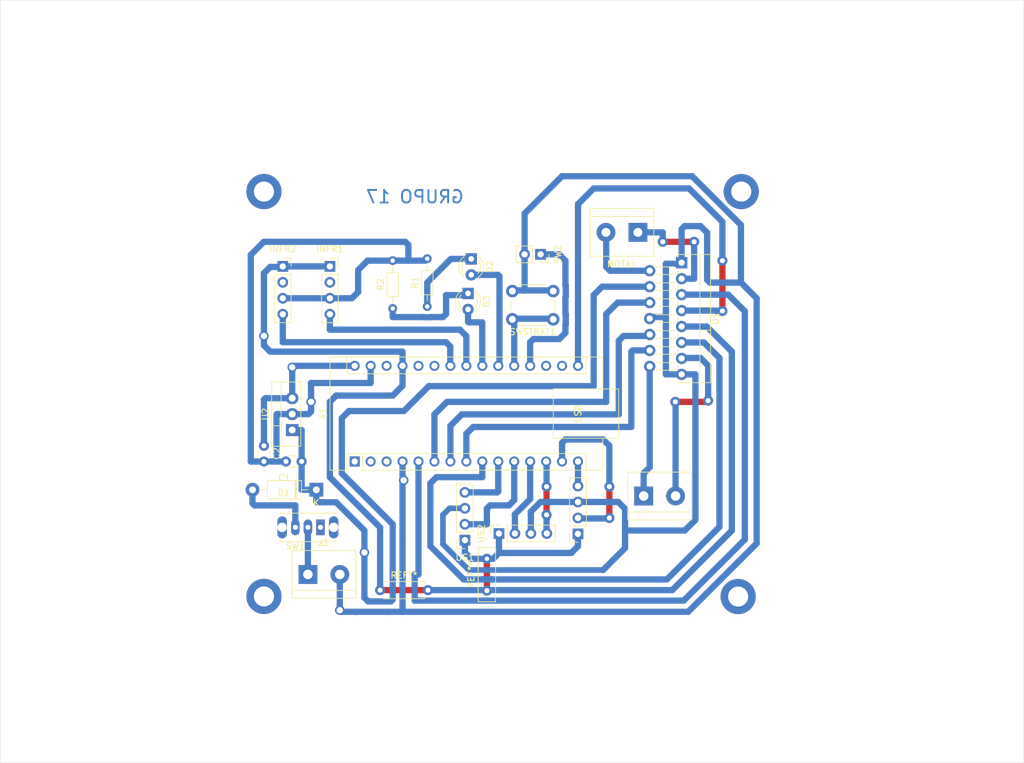
<source format=kicad_pcb>
(kicad_pcb (version 20241229) (generator "pcbnew") (generator_version "9.0")
  (layers (0 "F.Cu" signal) (2 "B.Cu" signal) (13 "F.Paste" user) (15 "B.Paste" user) (5 "F.SilkS" user "F.Silkscreen") (7 "B.SilkS" user "B.Silkscreen") (1 "F.Mask" user) (3 "B.Mask" user) (25 "Edge.Cuts" user))
  (net 0 "")
  (net 1 "D9_output_USONIDO2")
  (net 2 "D3_ENA")
  (net 7 "D6_ENB")
  (net 8 "+5V")
  (net 9 "D7_input_USONIDO1")
  (net 11 "GND")
  (net 13 "9V")
  (net 14 "D12_input_USONIDO3")
  (net 16 "11.1V (3 celdas)")
  (net 17 "Net-(D1-A)")
  (net 20 "Net-(J1-Pin_1)")
  (net 22 "D8_output_USONIDO1")
  (net 23 "D10_input_USONIDO2")
  (net 24 "D11_output_USONIDO3")
  (net 25 "Net-(D2-K)")
  (net 26 "Net-(D3-K)")
  (net 27 "D5_INB4")
  (net 28 "/OUT1")
  (net 29 "/OUT2")
  (net 30 "/OUT4")
  (net 31 "/OUT3")
  (net 32 "D2_INA1")
  (net 33 "LED2{slash}A3")
  (net 35 "LED1{slash}A2")
  (net 36 "D4_INB3")
  (net 37 "D13_INA2")
  (net 38 "INFRA1{slash}A4")
  (net 39 "SW1{slash}A0")
  (net 40 "SW2{slash}A1")
  (net 41 "INFRA2{slash}A5")
  (footprint "" (layer "F.Cu") (at 128 125)
    (property "Reference" "" (at 0 0 0) (layer "F.SilkS") (effects (font (size 1.27 1.27))))
    (property "Value" "")
    (pad "1" thru_hole circle (at 0 0) (size 5.6 5.6) (drill 3.2) (layers "*.Cu" "*.Mask"))
  )
  (footprint "" (layer "F.Cu") (at 198.726116 93.801488)
    (property "Reference" "" (at 0 0 0) (layer "F.SilkS") (effects (font (size 1.27 1.27))))
    (property "Value" "")
    (pad "D" thru_hole circle (at 0 0) (size 1.6 1.6) (drill 0.8) (layers "*.Cu" "*.Mask") (net 31 "/OUT3"))
  )
  (footprint "" (layer "F.Cu") (at 203.5 125.022473)
    (property "Reference" "" (at 0 0 0) (layer "F.SilkS") (effects (font (size 1.27 1.27))))
    (property "Value" "")
    (pad "1" thru_hole circle (at 0 0) (size 5.6 5.6) (drill 3.2) (layers "*.Cu" "*.Mask"))
  )
  (footprint "TerminalBlock:TerminalBlock_bornier-2_P5.08mm" (layer "F.Cu") (at 188.46 109)
    (property "Reference" "MOTB1" (hide yes))
    (property "Value" "Screw_Terminal_01x02" (hide yes))
    (pad "1" thru_hole rect (at 0 0) (size 3 3) (drill 1.52) (layers "*.Cu" "*.Mask") (net 30 "/OUT4"))
    (pad "2" thru_hole circle (at 5.08 0) (size 3 3) (drill 1.52) (layers "*.Cu" "*.Mask") (net 31 "/OUT3"))
  )
  (footprint "" (layer "F.Cu") (at 191.5 68.5)
    (property "Reference" "" (at 0 0 0) (layer "F.SilkS") (effects (font (size 1.27 1.27))))
    (property "Value" "")
    (pad "2" thru_hole circle (at 0 0) (size 1.6 1.6) (drill 0.8) (layers "*.Cu" "*.Mask") (net 29 "/OUT2"))
  )
  (footprint "" (layer "F.Cu") (at 193.5 94)
    (property "Reference" "" (at 0 0 0) (layer "F.SilkS") (effects (font (size 1.27 1.27))))
    (property "Value" "")
    (pad "D" thru_hole circle (at 0 0) (size 1.6 1.6) (drill 0.8) (layers "*.Cu" "*.Mask") (net 31 "/OUT3"))
  )
  (footprint "" (layer "F.Cu") (at 196.5 68.5)
    (property "Reference" "" (at 0 0 0) (layer "F.SilkS") (effects (font (size 1.27 1.27))))
    (property "Value" "")
    (pad "2" thru_hole circle (at 0 0) (size 1.6 1.6) (drill 0.8) (layers "*.Cu" "*.Mask") (net 29 "/OUT2"))
  )
  (footprint "Connector_PinSocket_2.54mm:PinSocket_1x04_P2.54mm_Vertical" (layer "F.Cu") (at 160 116.04 180)
    (property "Reference" "US1" (at 0 -2.77 0) (layer "F.SilkS"))
    (property "Value" "Conn_01x04_Pin" (hide yes))
    (pad "1" thru_hole rect (at 0 0 180) (size 1.7 1.7) (drill 1) (layers "*.Cu" "*.Mask") (net 8 "+5V"))
    (pad "2" thru_hole oval (at 0 2.54 180) (size 1.7 1.7) (drill 1) (layers "*.Cu" "*.Mask") (net 22 "D8_output_USONIDO1"))
    (pad "3" thru_hole oval (at 0 5.08 180) (size 1.7 1.7) (drill 1) (layers "*.Cu" "*.Mask") (net 11 "GND"))
    (pad "4" thru_hole oval (at 0 7.62 180) (size 1.7 1.7) (drill 1) (layers "*.Cu" "*.Mask") (net 9 "D7_input_USONIDO1"))
  )
  (footprint "Package_TO_SOT_THT:TO-220-3_Vertical" (layer "F.Cu") (at 132.5 98.5 90)
    (property "Reference" "U2" (at 2.54 -4.27 90) (layer "F.SilkS"))
    (property "Value" "LM7809_TO220")
    (pad "1" thru_hole rect (at 0 0 90) (size 1.905 2) (drill 1.1) (layers "*.Cu" "*.Mask") (net 16 "11.1V (3 celdas)"))
    (pad "2" thru_hole oval (at 2.54 0 90) (size 1.905 2) (drill 1.1) (layers "*.Cu" "*.Mask") (net 11 "GND"))
    (pad "3" thru_hole oval (at 5.08 0 90) (size 1.905 2) (drill 1.1) (layers "*.Cu" "*.Mask") (net 13 "9V"))
  )
  (footprint "Button_Switch_THT:SW_PUSH_6mm" (layer "F.Cu") (at 174.054984 80.852001 180)
    (property "Reference" "SWSTRAT1" (at 3.25 -2 180) (layer "F.SilkS"))
    (property "Value" "SW2")
    (pad "1" thru_hole circle (at 0 0 270) (size 2 2) (drill 1.1) (layers "*.Cu" "*.Mask") (net 40 "SW2{slash}A1"))
    (pad "1" thru_hole circle (at 6.5 0 270) (size 2 2) (drill 1.1) (layers "*.Cu" "*.Mask") (net 40 "SW2{slash}A1"))
    (pad "2" thru_hole circle (at 0 4.5 270) (size 2 2) (drill 1.1) (layers "*.Cu" "*.Mask") (net 11 "GND"))
    (pad "2" thru_hole circle (at 6.5 4.5 270) (size 2 2) (drill 1.1) (layers "*.Cu" "*.Mask") (net 11 "GND"))
  )
  (footprint "TerminalBlock:TerminalBlock_bornier-2_P5.08mm" (layer "F.Cu") (at 187.54 67 180)
    (property "Reference" "MOTA1" (at 2.54 -5.08 0) (layer "F.SilkS"))
    (property "Value" "Screw_Terminal_01x02")
    (pad "1" thru_hole rect (at 0 0 180) (size 3 3) (drill 1.42) (layers "*.Cu" "*.Mask") (net 29 "/OUT2"))
    (pad "2" thru_hole circle (at 5.08 0 180) (size 3 3) (drill 1.42) (layers "*.Cu" "*.Mask") (net 28 "/OUT1"))
  )
  (footprint "Resistor_THT:R_Box_L8.4mm_W2.5mm_P5.08mm" (layer "F.Cu") (at 163.5 124.08 90)
    (property "Reference" "REF**" (at 2.54 -2.52 90) (layer "F.SilkS"))
    (property "Value" "R_Box_L8.4mm_W2.5mm_P5.08mm")
    (pad "1" thru_hole circle (at 0 0 90) (size 1.6 1.6) (drill 0.8) (layers "*.Cu" "*.Mask") (net 8 "+5V"))
    (pad "2" thru_hole circle (at 5.08 0 90) (size 1.6 1.6) (drill 0.7) (layers "*.Cu" "*.Mask") (net 8 "+5V"))
  )
  (footprint "Capacitor_THT:C_Disc_D3.0mm_W1.6mm_P2.50mm" (layer "F.Cu") (at 128 101 -90)
    (property "Reference" "C2" (at 1.25 -2.05 90) (layer "F.SilkS"))
    (property "Value" "0.1µF")
    (pad "1" thru_hole circle (at 0 0 270) (size 1.6 1.6) (drill 0.8) (layers "*.Cu" "*.Mask") (net 13 "9V"))
    (pad "2" thru_hole circle (at 2.5 0 270) (size 1.6 1.6) (drill 0.8) (layers "*.Cu" "*.Mask") (net 11 "GND"))
  )
  (footprint "Connector_PinSocket_2.54mm:PinSocket_1x04_P2.54mm_Vertical" (layer "F.Cu") (at 178 115.04 180)
    (property "Reference" "US3" (hide yes))
    (property "Value" "Conn_01x04_Pin" (hide yes))
    (pad "1" thru_hole rect (at 0 0 180) (size 1.7 1.7) (drill 1) (layers "*.Cu" "*.Mask") (net 8 "+5V"))
    (pad "2" thru_hole circle (at 0 2.54 180) (size 1.7 1.7) (drill 1) (layers "*.Cu" "*.Mask") (net 24 "D11_output_USONIDO3"))
    (pad "3" thru_hole circle (at 0 5.08 180) (size 1.7 1.7) (drill 1) (layers "*.Cu" "*.Mask") (net 11 "GND"))
    (pad "4" thru_hole circle (at 0 7.62 180) (size 1.7 1.7) (drill 1) (layers "*.Cu" "*.Mask") (net 14 "D12_input_USONIDO3"))
  )
  (footprint "Package_TO_SOT_THT:TO-220-15_P2.54x5.08mm_StaggerEven_Lead4.58mm_Vertical" (layer "F.Cu") (at 194.5 71.84 -90)
    (property "Reference" "U1" (at 8.89 -5.45 90) (layer "F.SilkS"))
    (property "Value" "L298HN")
    (pad "1" thru_hole rect (at 0 0 270) (size 1.8 1.8) (drill 1) (layers "*.Cu" "*.Mask") (net 11 "GND"))
    (pad "2" thru_hole circle (at 1.27 5.08 270) (size 1.8 1.8) (drill 1) (layers "*.Cu" "*.Mask") (net 28 "/OUT1"))
    (pad "3" thru_hole circle (at 2.54 0 270) (size 1.8 1.8) (drill 1) (layers "*.Cu" "*.Mask") (net 29 "/OUT2"))
    (pad "4" thru_hole circle (at 3.81 5.08 270) (size 1.8 1.8) (drill 1) (layers "*.Cu" "*.Mask") (net 16 "11.1V (3 celdas)"))
    (pad "5" thru_hole circle (at 5.08 0 270) (size 1.8 1.8) (drill 1) (layers "*.Cu" "*.Mask") (net 32 "D2_INA1"))
    (pad "6" thru_hole circle (at 6.35 5.08 270) (size 1.8 1.8) (drill 1) (layers "*.Cu" "*.Mask") (net 2 "D3_ENA"))
    (pad "7" thru_hole circle (at 7.62 0 270) (size 1.8 1.8) (drill 1) (layers "*.Cu" "*.Mask") (net 37 "D13_INA2"))
    (pad "8" thru_hole circle (at 8.89 5.08 270) (size 1.8 1.8) (drill 1) (layers "*.Cu" "*.Mask") (net 11 "GND"))
    (pad "9" thru_hole circle (at 10.16 0 270) (size 1.8 1.8) (drill 1) (layers "*.Cu" "*.Mask") (net 8 "+5V"))
    (pad "10" thru_hole circle (at 11.43 5.08 270) (size 1.8 1.8) (drill 1) (layers "*.Cu" "*.Mask") (net 36 "D4_INB3"))
    (pad "11" thru_hole circle (at 12.7 0 270) (size 1.8 1.8) (drill 1) (layers "*.Cu" "*.Mask") (net 7 "D6_ENB"))
    (pad "12" thru_hole circle (at 13.97 5.08 270) (size 1.8 1.8) (drill 1) (layers "*.Cu" "*.Mask") (net 27 "D5_INB4"))
    (pad "13" thru_hole circle (at 15.24 0 270) (size 1.8 1.8) (drill 1) (layers "*.Cu" "*.Mask") (net 31 "/OUT3"))
    (pad "14" thru_hole circle (at 16.51 5.08 270) (size 1.8 1.8) (drill 1) (layers "*.Cu" "*.Mask") (net 30 "/OUT4"))
    (pad "15" thru_hole circle (at 17.78 0 270) (size 1.8 1.8) (drill 1) (layers "*.Cu" "*.Mask") (net 11 "GND"))
  )
  (footprint "LED_THT:LED_D3.0mm" (layer "F.Cu") (at 160.5 76.725 -90)
    (property "Reference" "D3" (at 1.27 -2.96 90) (layer "F.SilkS"))
    (property "Value" "LED" (hide yes))
    (pad "1" thru_hole rect (at 0 0 270) (size 1.8 1.8) (drill 0.9) (layers "*.Cu" "*.Mask") (net 26 "Net-(D3-K)"))
    (pad "2" thru_hole circle (at 2.54 0 270) (size 1.8 1.8) (drill 0.9) (layers "*.Cu" "*.Mask") (net 33 "LED2{slash}A3"))
  )
  (footprint "Resistor_THT:R_Axial_DIN0204_L3.6mm_D1.6mm_P7.62mm_Horizontal" (layer "F.Cu") (at 154 78.81 90)
    (property "Reference" "R1" (at 3.81 -1.92 90) (layer "F.SilkS"))
    (property "Value" "220")
    (pad "1" thru_hole circle (at 0 0 90) (size 1.4 1.4) (drill 0.7) (layers "*.Cu" "*.Mask") (net 25 "Net-(D2-K)"))
    (pad "2" thru_hole oval (at 7.62 0 90) (size 1.4 1.4) (drill 0.7) (layers "*.Cu" "*.Mask") (net 11 "GND"))
  )
  (footprint "Button_Switch_THT:SW_Slide_SPDT_Straight_CK_OS102011MS2Q" (layer "F.Cu") (at 137 114 180)
    (property "Reference" "SW1" (at 3.99 -2.99 0) (layer "F.SilkS"))
    (property "Value" "SW_DPDT_x2")
    (pad "" thru_hole oval (at -2.1 0 180) (size 1.5 3.5) (drill 1.5) (layers "*.Cu" "*.Mask"))
    (pad "" thru_hole oval (at 6.1 0 180) (size 1.5 3.5) (drill 1.5) (layers "*.Cu" "*.Mask"))
    (pad "1" thru_hole rect (at 0 0 180) (size 1.35 2.5) (drill 0.8) (layers "*.Cu" "*.Mask"))
    (pad "2" thru_hole oval (at 2 0 180) (size 1.35 2.5) (drill 0.8) (layers "*.Cu" "*.Mask") (net 20 "Net-(J1-Pin_1)"))
    (pad "3" thru_hole oval (at 4 0 180) (size 1.35 2.5) (drill 0.8) (layers "*.Cu" "*.Mask") (net 17 "Net-(D1-A)"))
  )
  (footprint "LED_THT:LED_D3.0mm" (layer "F.Cu") (at 161 71.225 -90)
    (property "Reference" "D2" (at 1.27 -2.96 90) (layer "F.SilkS"))
    (property "Value" "LED")
    (pad "1" thru_hole rect (at 0 0 270) (size 1.8 1.8) (drill 0.9) (layers "*.Cu" "*.Mask") (net 25 "Net-(D2-K)"))
    (pad "2" thru_hole circle (at 2.54 0 270) (size 1.8 1.8) (drill 0.9) (layers "*.Cu" "*.Mask") (net 35 "LED1{slash}A2"))
  )
  (footprint "" (layer "F.Cu") (at 201 71.5)
    (property "Reference" "" (at 0 0 0) (layer "F.SilkS") (effects (font (size 1.27 1.27))))
    (property "Value" "")
    (pad "2" thru_hole circle (at 0 0) (size 1.6 1.6) (drill 0.8) (layers "*.Cu" "*.Mask") (net 37 "D13_INA2"))
  )
  (footprint "" (layer "F.Cu") (at 173 107.5)
    (property "Reference" "" (at 0 0 0) (layer "F.SilkS") (effects (font (size 1.27 1.27))))
    (property "Value" "")
    (pad "" thru_hole circle (at 0 0) (size 1.6 1.6) (drill 0.8) (layers "*.Cu" "*.Mask") (net 23 "D10_input_USONIDO2"))
  )
  (footprint "" (layer "F.Cu") (at 183 107.5)
    (property "Reference" "" (at 0 0 0) (layer "F.SilkS") (effects (font (size 1.27 1.27))))
    (property "Value" "")
    (pad "D" thru_hole circle (at 0 0) (size 1.6 1.6) (drill 0.8) (layers "*.Cu" "*.Mask") (net 24 "D11_output_USONIDO3"))
  )
  (footprint "Connector_PinSocket_2.54mm:PinSocket_1x04_P2.54mm_Vertical" (layer "F.Cu") (at 138.5 72.42)
    (property "Reference" "INFR1" (at 0 -2.77 0) (layer "F.SilkS"))
    (property "Value" "Conn_01x04_Pin")
    (pad "1" thru_hole rect (at 0 0) (size 1.7 1.7) (drill 1) (layers "*.Cu" "*.Mask") (net 8 "+5V"))
    (pad "2" thru_hole oval (at 0 2.54) (size 1.7 1.7) (drill 1) (layers "*.Cu" "*.Mask"))
    (pad "3" thru_hole oval (at 0 5.08) (size 1.7 1.7) (drill 1) (layers "*.Cu" "*.Mask") (net 11 "GND"))
    (pad "4" thru_hole oval (at 0 7.62) (size 1.7 1.7) (drill 1) (layers "*.Cu" "*.Mask") (net 38 "INFRA1{slash}A4"))
  )
  (footprint "Connector_PinSocket_2.54mm:PinSocket_1x04_P2.54mm_Vertical" (layer "F.Cu") (at 165.42 114.975 90)
    (property "Reference" "US2" (at 0 -2.77 90) (layer "F.SilkS"))
    (property "Value" "Conn_01x04_Pin" (hide yes))
    (pad "1" thru_hole rect (at 0 0 90) (size 1.7 1.7) (drill 1) (layers "*.Cu" "*.Mask") (net 8 "+5V"))
    (pad "2" thru_hole oval (at 0 2.54 90) (size 1.7 1.7) (drill 1) (layers "*.Cu" "*.Mask") (net 1 "D9_output_USONIDO2"))
    (pad "3" thru_hole oval (at 0 5.08 90) (size 1.7 1.7) (drill 1) (layers "*.Cu" "*.Mask") (net 11 "GND"))
    (pad "4" thru_hole oval (at 0 7.62 90) (size 1.7 1.7) (drill 1) (layers "*.Cu" "*.Mask") (net 23 "D10_input_USONIDO2"))
  )
  (footprint "Connector_PinSocket_2.54mm:PinSocket_1x04_P2.54mm_Vertical" (layer "F.Cu") (at 131 72.42)
    (property "Reference" "INFR2" (at 0 -2.77 0) (layer "F.SilkS"))
    (property "Value" "Conn_01x04_Pin")
    (pad "1" thru_hole rect (at 0 0) (size 1.7 1.7) (drill 1) (layers "*.Cu" "*.Mask") (net 8 "+5V"))
    (pad "2" thru_hole oval (at 0 2.54) (size 1.7 1.7) (drill 1) (layers "*.Cu" "*.Mask"))
    (pad "3" thru_hole oval (at 0 5.08) (size 1.7 1.7) (drill 1) (layers "*.Cu" "*.Mask") (net 11 "GND"))
    (pad "4" thru_hole oval (at 0 7.62) (size 1.7 1.7) (drill 1) (layers "*.Cu" "*.Mask") (net 41 "INFRA2{slash}A5"))
  )
  (footprint "TerminalBlock:TerminalBlock_bornier-2_P5.08mm" (layer "F.Cu") (at 135 121.5)
    (property "Reference" "J1" (at 2.54 -5.08 0) (layer "F.SilkS"))
    (property "Value" "Screw_Terminal_01x02")
    (pad "1" thru_hole rect (at 0 0) (size 3 3) (drill 1.52) (layers "*.Cu" "*.Mask") (net 20 "Net-(J1-Pin_1)"))
    (pad "2" thru_hole circle (at 5.08 0) (size 3 3) (drill 1.52) (layers "*.Cu" "*.Mask") (net 11 "GND"))
  )
  (footprint "Resistor_THT:R_Axial_DIN0204_L3.6mm_D1.6mm_P7.62mm_Horizontal" (layer "F.Cu") (at 148.5 79.12 90)
    (property "Reference" "R2" (at 3.81 -1.92 90) (layer "F.SilkS"))
    (property "Value" "220")
    (pad "1" thru_hole circle (at 0 0 90) (size 1.4 1.4) (drill 0.7) (layers "*.Cu" "*.Mask") (net 26 "Net-(D3-K)"))
    (pad "2" thru_hole circle (at 7.62 0 90) (size 1.4 1.4) (drill 0.7) (layers "*.Cu" "*.Mask") (net 11 "GND"))
  )
  (footprint "" (layer "F.Cu") (at 201 79.526293)
    (property "Reference" "" (at 0 0 0) (layer "F.SilkS") (effects (font (size 1.27 1.27))))
    (property "Value" "")
    (pad "2" thru_hole circle (at 0 0) (size 1.6 1.6) (drill 0.8) (layers "*.Cu" "*.Mask") (net 37 "D13_INA2"))
  )
  (footprint "" (layer "F.Cu") (at 204 60.5)
    (property "Reference" "" (at 0 0 0) (layer "F.SilkS") (effects (font (size 1.27 1.27))))
    (property "Value" "")
    (pad "1" thru_hole circle (at 0 0) (size 5.6 5.6) (drill 3.2) (layers "*.Cu" "*.Mask"))
  )
  (footprint "" (layer "F.Cu") (at 183 112.5)
    (property "Reference" "" (at 0 0 0) (layer "F.SilkS") (effects (font (size 1.27 1.27))))
    (property "Value" "")
    (pad "D" thru_hole circle (at 0 0) (size 1.6 1.6) (drill 0.8) (layers "*.Cu" "*.Mask") (net 24 "D11_output_USONIDO3"))
  )
  (footprint "Connector_PinSocket_2.54mm:PinSocket_1x02_P2.54mm_Vertical" (layer "F.Cu") (at 172.04 70.5 -90)
    (property "Reference" "SW2" (at 0 -2.77 90) (layer "F.SilkS"))
    (property "Value" "SW1 TIEMPO")
    (pad "1" thru_hole rect (at 0 0 270) (size 1.7 1.7) (drill 1) (layers "*.Cu" "*.Mask") (net 39 "SW1{slash}A0"))
    (pad "2" thru_hole circle (at 0 2.54 270) (size 1.7 1.7) (drill 1) (layers "*.Cu" "*.Mask") (net 11 "GND"))
  )
  (footprint "Capacitor_THT:C_Disc_D3.0mm_W1.6mm_P2.50mm" (layer "F.Cu") (at 134 103.5 180)
    (property "Reference" "C1" (at 2.75 -2.605 0) (layer "F.SilkS"))
    (property "Value" "0.33µF")
    (pad "1" thru_hole circle (at 0 0 180) (size 1.6 1.6) (drill 0.8) (layers "*.Cu" "*.Mask") (net 16 "11.1V (3 celdas)"))
    (pad "2" thru_hole circle (at 2.5 0 180) (size 1.6 1.6) (drill 0.8) (layers "*.Cu" "*.Mask") (net 11 "GND"))
  )
  (footprint "" (layer "F.Cu") (at 128 60.5)
    (property "Reference" "" (at 0 0 0) (layer "F.SilkS") (effects (font (size 1.27 1.27))))
    (property "Value" "")
    (pad "1" thru_hole circle (at 0 0) (size 5.6 5.6) (drill 3.2) (layers "*.Cu" "*.Mask"))
  )
  (footprint "Resistor_THT:R_Axial_DIN0207_L6.3mm_D2.5mm_P7.62mm_Horizontal" (layer "F.Cu") (at 146.496758 124)
    (property "Reference" "REF**" (at 3.81 -2.37 0) (layer "F.SilkS"))
    (property "Value" "R_Axial_DIN0207_L6.3mm_D2.5mm_P7.62mm_Horizontal")
    (pad "1" thru_hole circle (at 0 0) (size 1.6 1.6) (drill 0.8) (layers "*.Cu" "*.Mask") (net 8 "+5V"))
    (pad "2" thru_hole circle (at 7.62 0) (size 1.6 1.6) (drill 0.8) (layers "*.Cu" "*.Mask") (net 8 "+5V"))
  )
  (footprint "Diode_THT:D_DO-41_SOD81_P10.16mm_Horizontal" (layer "F.Cu") (at 136.337884 108.006181 180)
    (property "Reference" "D1" (at 5.16 -0.5 0) (layer "F.SilkS"))
    (property "Value" "1N4007")
    (fp_text user "K" (at 0 -2.1 0) (layer "F.SilkS"))
    (pad "1" thru_hole rect (at 0 0 180) (size 2.2 2.2) (drill 1.1) (layers "*.Cu" "*.Mask") (net 16 "11.1V (3 celdas)"))
    (pad "2" thru_hole oval (at 10.16 0 180) (size 2.2 2.2) (drill 1.1) (layers "*.Cu" "*.Mask") (net 17 "Net-(D1-A)"))
  )
  (footprint "" (layer "F.Cu") (at 173 112)
    (property "Reference" "" (at 0 0 0) (layer "F.SilkS") (effects (font (size 1.27 1.27))))
    (property "Value" "")
    (pad "" thru_hole circle (at 0 0) (size 1.6 1.6) (drill 0.8) (layers "*.Cu" "*.Mask") (net 23 "D10_input_USONIDO2"))
  )
  (footprint "Module:Arduino_Nano" (layer "F.Cu") (at 142.45 103.5 90)
    (property "Reference" "A1" (at 7.62 -5.08 90) (layer "F.SilkS"))
    (property "Value" "Arduino_Nano_Every")
    (fp_text user "USB" (at 7.62 35.56 90) (layer "F.SilkS"))
    (pad "1" thru_hole rect (at 0 0 90) (size 1.6 1.6) (drill 1) (layers "*.Cu" "*.Mask"))
    (pad "2" thru_hole oval (at 0 2.54 90) (size 1.6 1.6) (drill 1) (layers "*.Cu" "*.Mask"))
    (pad "3" thru_hole oval (at 0 5.08 90) (size 1.6 1.6) (drill 1) (layers "*.Cu" "*.Mask"))
    (pad "4" thru_hole oval (at 0 7.62 90) (size 1.6 1.6) (drill 1) (layers "*.Cu" "*.Mask") (net 11 "GND"))
    (pad "5" thru_hole oval (at 0 10.16 90) (size 1.6 1.6) (drill 1) (layers "*.Cu" "*.Mask") (net 32 "D2_INA1"))
    (pad "6" thru_hole oval (at 0 12.7 90) (size 1.6 1.6) (drill 1) (layers "*.Cu" "*.Mask") (net 2 "D3_ENA"))
    (pad "7" thru_hole oval (at 0 15.24 90) (size 1.6 1.6) (drill 1) (layers "*.Cu" "*.Mask") (net 36 "D4_INB3"))
    (pad "8" thru_hole oval (at 0 17.78 90) (size 1.6 1.6) (drill 1) (layers "*.Cu" "*.Mask") (net 27 "D5_INB4"))
    (pad "9" thru_hole oval (at 0 20.32 90) (size 1.6 1.6) (drill 1) (layers "*.Cu" "*.Mask") (net 7 "D6_ENB"))
    (pad "10" thru_hole oval (at 0 22.86 90) (size 1.6 1.6) (drill 1) (layers "*.Cu" "*.Mask") (net 9 "D7_input_USONIDO1"))
    (pad "11" thru_hole oval (at 0 25.4 90) (size 1.6 1.6) (drill 1) (layers "*.Cu" "*.Mask") (net 22 "D8_output_USONIDO1"))
    (pad "12" thru_hole oval (at 0 27.94 90) (size 1.6 1.6) (drill 1) (layers "*.Cu" "*.Mask") (net 1 "D9_output_USONIDO2"))
    (pad "13" thru_hole oval (at 0 30.48 90) (size 1.6 1.6) (drill 1) (layers "*.Cu" "*.Mask") (net 23 "D10_input_USONIDO2"))
    (pad "14" thru_hole oval (at 0 33.02 90) (size 1.6 1.6) (drill 1) (layers "*.Cu" "*.Mask") (net 24 "D11_output_USONIDO3"))
    (pad "15" thru_hole oval (at 0 35.56 90) (size 1.6 1.6) (drill 1) (layers "*.Cu" "*.Mask") (net 14 "D12_input_USONIDO3"))
    (pad "16" thru_hole oval (at 15.24 35.56 90) (size 1.6 1.6) (drill 1) (layers "*.Cu" "*.Mask") (net 37 "D13_INA2"))
    (pad "17" thru_hole oval (at 15.24 33.02 90) (size 1.6 1.6) (drill 1) (layers "*.Cu" "*.Mask"))
    (pad "18" thru_hole oval (at 15.24 30.48 90) (size 1.6 1.6) (drill 1) (layers "*.Cu" "*.Mask"))
    (pad "19" thru_hole oval (at 15.24 27.94 90) (size 1.6 1.6) (drill 1) (layers "*.Cu" "*.Mask") (net 39 "SW1{slash}A0"))
    (pad "20" thru_hole oval (at 15.24 25.4 90) (size 1.6 1.6) (drill 1) (layers "*.Cu" "*.Mask") (net 40 "SW2{slash}A1"))
    (pad "21" thru_hole oval (at 15.24 22.86 90) (size 1.6 1.6) (drill 1) (layers "*.Cu" "*.Mask") (net 35 "LED1{slash}A2"))
    (pad "22" thru_hole oval (at 15.24 20.32 90) (size 1.6 1.6) (drill 1) (layers "*.Cu" "*.Mask") (net 33 "LED2{slash}A3"))
    (pad "23" thru_hole oval (at 15.24 17.78 90) (size 1.6 1.6) (drill 1) (layers "*.Cu" "*.Mask") (net 38 "INFRA1{slash}A4"))
    (pad "24" thru_hole oval (at 15.24 15.24 90) (size 1.6 1.6) (drill 1) (layers "*.Cu" "*.Mask") (net 41 "INFRA2{slash}A5"))
    (pad "25" thru_hole oval (at 15.24 12.7 90) (size 1.6 1.6) (drill 1) (layers "*.Cu" "*.Mask"))
    (pad "26" thru_hole oval (at 15.24 10.16 90) (size 1.6 1.6) (drill 1) (layers "*.Cu" "*.Mask"))
    (pad "27" thru_hole oval (at 15.24 7.62 90) (size 1.6 1.6) (drill 1) (layers "*.Cu" "*.Mask") (net 8 "+5V"))
    (pad "28" thru_hole oval (at 15.24 5.08 90) (size 1.6 1.6) (drill 1) (layers "*.Cu" "*.Mask"))
    (pad "29" thru_hole oval (at 15.24 2.54 90) (size 1.6 1.6) (drill 1) (layers "*.Cu" "*.Mask") (net 11 "GND"))
    (pad "30" thru_hole oval (at 15.24 0 90) (size 1.6 1.6) (drill 1) (layers "*.Cu" "*.Mask") (net 13 "9V"))
  )
  (gr_rect (start 86 30) (end 249 151.5) (stroke (width 0.05)) (fill no) (layer "Edge.Cuts"))
  (gr_text "GRUPO 17\n" (at 160 62.5 0) (layer "B.Cu") (effects (font (size 2 2) (thickness 0.3) (bold yes)) (justify left bottom mirror)))
  (segment (start 170.39 103.5) (end 170.39 109.482535) (width 1) (layer "B.Cu") (net 1))
  (segment (start 170.39 109.482535) (end 167.96 111.912535) (width 1) (layer "B.Cu") (net 1))
  (segment (start 167.96 111.912535) (end 167.96 114.975) (width 1) (layer "B.Cu") (net 1))
  (segment (start 182.5 80) (end 182.5 94) (width 1) (layer "B.Cu") (net 2))
  (segment (start 184.31 78.19) (end 182.5 80) (width 1) (layer "B.Cu") (net 2))
  (segment (start 155.112337 103.46229) (end 155.037464 103.387412) (width 1) (layer "B.Cu") (net 2))
  (segment (start 182.5 94) (end 157.149994 94) (width 1) (layer "B.Cu") (net 2))
  (segment (start 189.42 78.19) (end 184.31 78.19) (width 1) (layer "B.Cu") (net 2))
  (segment (start 155.149996 95.999998) (end 155.149982 103.499951) (width 1) (layer "B.Cu") (net 2))
  (segment (start 155.149982 103.499951) (end 155.112337 103.46229) (width 1) (layer "B.Cu") (net 2))
  (segment (start 157.149994 94) (end 155.149996 95.999998) (width 1) (layer "B.Cu") (net 2))
  (segment (start 155.037464 103.387412) (end 155 103.35) (width 1) (layer "B.Cu") (net 2))
  (segment (start 154.5 116.999972) (end 154.5 106.982405) (width 1) (layer "B.Cu") (net 7))
  (segment (start 162.769944 106) (end 162.77 103.5) (width 1) (layer "B.Cu") (net 7))
  (segment (start 198.04 84.54) (end 200.527116 87.027116) (width 1) (layer "B.Cu") (net 7))
  (segment (start 162.754001 122.279) (end 162.739688 122.293313) (width 1) (layer "B.Cu") (net 7))
  (segment (start 155.482405 106) (end 162.769944 106) (width 1) (layer "B.Cu") (net 7))
  (segment (start 200.527116 87.027116) (end 200.527116 113.911517) (width 1) (layer "B.Cu") (net 7))
  (segment (start 164.260312 122.293313) (end 164.245999 122.279) (width 1) (layer "B.Cu") (net 7))
  (segment (start 192.14532 122.293313) (end 164.260312 122.293313) (width 1) (layer "B.Cu") (net 7))
  (segment (start 164.245999 122.279) (end 162.754001 122.279) (width 1) (layer "B.Cu") (net 7))
  (segment (start 200.527116 113.911517) (end 192.14532 122.293313) (width 1) (layer "B.Cu") (net 7))
  (segment (start 194.5 84.54) (end 198.04 84.54) (width 1) (layer "B.Cu") (net 7))
  (segment (start 162.739688 122.293313) (end 159.793341 122.293313) (width 1) (layer "B.Cu") (net 7))
  (segment (start 154.5 106.982405) (end 155.482405 106) (width 1) (layer "B.Cu") (net 7))
  (segment (start 159.793341 122.293313) (end 154.5 116.999972) (width 1) (layer "B.Cu") (net 7))
  (segment (start 163.5 124.08) (end 163.5 119) (width 1) (layer "F.Cu") (net 8))
  (segment (start 146.496758 124) (end 153.645833 124) (width 1) (layer "F.Cu") (net 8))
  (via (at 128.000021 83.5) (size 1.5) (drill 1) (layers "F.Cu" "B.Cu") (net 8))
  (segment (start 160 116.04) (end 160 118) (width 1) (layer "B.Cu") (net 8))
  (segment (start 164.5 119) (end 165.42 118.08) (width 1) (layer "B.Cu") (net 8))
  (segment (start 163.5 119) (end 164.5 119) (width 1) (layer "B.Cu") (net 8))
  (segment (start 150.06996 91.429981) (end 148.499973 92.999942) (width 1) (layer "B.Cu") (net 8))
  (segment (start 148.499973 92.999942) (end 139.499995 92.999928) (width 1) (layer "B.Cu") (net 8))
  (segment (start 165.42 118.08) (end 165.42 114.975) (width 1) (layer "B.Cu") (net 8))
  (segment (start 139.499995 92.999928) (end 138.5 93.999923) (width 1) (layer "B.Cu") (net 8))
  (segment (start 193 124) (end 202.5 114.5) (width 1) (layer "B.Cu") (net 8))
  (segment (start 150.07 88.26) (end 150.07 86.038605) (width 1) (layer "B.Cu") (net 8))
  (segment (start 146.496758 114.009083) (end 146.496758 123.529075) (width 1) (layer "B.Cu") (net 8))
  (segment (start 202.5 114.5) (end 202.5 86) (width 1) (layer "B.Cu") (net 8))
  (segment (start 178 117) (end 178 115.04) (width 1) (layer "B.Cu") (net 8))
  (segment (start 138.5 93.999923) (end 138.5 106.012325) (width 1) (layer "B.Cu") (net 8))
  (segment (start 150.031395 86) (end 129.000017 86) (width 1) (layer "B.Cu") (net 8))
  (segment (start 198.5 82) (end 194.5 82) (width 1) (layer "B.Cu") (net 8))
  (segment (start 154.116758 124) (end 193 124) (width 1) (layer "B.Cu") (net 8))
  (segment (start 128.000025 85.000008) (end 127.999996 73.499994) (width 1) (layer "B.Cu") (net 8))
  (segment (start 127.999996 73.499994) (end 128.999995 72.499989) (width 1) (layer "B.Cu") (net 8))
  (segment (start 130.919989 72.499979) (end 131.000019 72.420047) (width 1) (layer "B.Cu") (net 8))
  (segment (start 176.92 118.08) (end 178 117) (width 1) (layer "B.Cu") (net 8))
  (segment (start 128.999995 72.499989) (end 130.919989 72.499979) (width 1) (layer "B.Cu") (net 8))
  (segment (start 165.42 118.08) (end 176.92 118.08) (width 1) (layer "B.Cu") (net 8))
  (segment (start 161 119) (end 163.5 119) (width 1) (layer "B.Cu") (net 8))
  (segment (start 160 118) (end 161 119) (width 1) (layer "B.Cu") (net 8))
  (segment (start 138.5 106.012325) (end 146.496758 114.009083) (width 1) (layer "B.Cu") (net 8))
  (segment (start 150.07 88.26) (end 150.06996 91.429981) (width 1) (layer "B.Cu") (net 8))
  (segment (start 150.07 86.038605) (end 150.031395 86) (width 1) (layer "B.Cu") (net 8))
  (segment (start 129.000017 86) (end 128.000025 85.000008) (width 1) (layer "B.Cu") (net 8))
  (segment (start 202.5 86) (end 198.5 82) (width 1) (layer "B.Cu") (net 8))
  (segment (start 131.000019 72.420047) (end 138.5 72.42) (width 1) (layer "B.Cu") (net 8))
  (segment (start 165.309975 108.262782) (end 165.31 103.5) (width 1) (layer "B.Cu") (net 9))
  (segment (start 165.152788 108.419991) (end 160 108.42) (width 1) (layer "B.Cu") (net 9))
  (segment (start 165.152788 108.419991) (end 165.309975 108.262782) (width 1) (layer "B.Cu") (net 9))
  (via (at 140.076758 127.2) (size 1.5) (drill 1) (layers "F.Cu" "B.Cu") (net 11))
  (via (at 135.499977 94) (size 1.5) (drill 1) (layers "F.Cu" "B.Cu") (net 11))
  (via (at 150.249 106.5) (size 1.5) (drill 1) (layers "F.Cu" "B.Cu") (net 11))
  (segment (start 135.097246 95.960018) (end 135.499965 95.557224) (width 1) (layer "B.Cu") (net 11))
  (segment (start 192 80.5) (end 192 72) (width 1) (layer "B.Cu") (net 11))
  (segment (start 197.5 66) (end 198.56895 67.06895) (width 1) (layer "B.Cu") (net 11))
  (segment (start 169.5 64) (end 169.5 70.5) (width 1) (layer "B.Cu") (net 11))
  (segment (start 130 103.5) (end 130 96) (width 1) (layer "B.Cu") (net 11))
  (segment (start 172.035269 109.96) (end 178 109.96) (width 1) (layer "B.Cu") (net 11))
  (segment (start 194.5 71.84) (end 194.5 66.5) (width 1) (layer "B.Cu") (net 11))
  (segment (start 150.999999 71.499999) (end 153.690001 71.499999) (width 1) (layer "B.Cu") (net 11))
  (segment (start 150.070011 116.383703) (end 150.070015 121.06999) (width 1) (layer "B.Cu") (net 11))
  (segment (start 185.5 114.5) (end 195 114.5) (width 1) (layer "B.Cu") (net 11))
  (segment (start 169.5 76.25) (end 167.75 76.25) (width 1) (layer "B.Cu") (net 11))
  (segment (start 140.08 126.331035) (end 140.08 121.5) (width 1) (layer "B.Cu") (net 11))
  (segment (start 199 75) (end 203.949 75) (width 1) (layer "B.Cu") (net 11))
  (segment (start 144.99 90.999999) (end 144.99 88.26) (width 1) (layer "B.Cu") (net 11))
  (segment (start 153.690001 71.499999) (end 154 71.19) (width 1) (layer "B.Cu") (net 11))
  (segment (start 142.74893 127.449) (end 140.377084 127.449) (width 1) (layer "B.Cu") (net 11))
  (segment (start 138.5 77.5) (end 131 77.5) (width 1) (layer "B.Cu") (net 11))
  (segment (start 203.949 65.824426) (end 196.175574 58.051) (width 1) (layer "B.Cu") (net 11))
  (segment (start 128.000004 68.50001) (end 125.911686 70.588328) (width 1) (layer "B.Cu") (net 11))
  (segment (start 170.5 114.975) (end 170.5 111.495269) (width 1) (layer "B.Cu") (net 11))
  (segment (start 169.5 70.5) (end 169.5 76.25) (width 1) (layer "B.Cu") (net 11))
  (segment (start 125.911686 103.499954) (end 128.294177 103.5) (width 1) (layer "B.Cu") (net 11))
  (segment (start 160.603694 120.792313) (end 156.5 116.688619) (width 0.9) (layer "B.Cu") (net 11))
  (segment (start 135.5 91) (end 135.5 91) (width 1) (layer "B.Cu") (net 11))
  (segment (start 196.703859 89.62) (end 194.5 89.62) (width 1) (layer "B.Cu") (net 11))
  (segment (start 150.070015 121.430207) (end 150.070022 125.39606) (width 1) (layer "B.Cu") (net 11))
  (segment (start 185.5 117.292313) (end 182 120.792313) (width 1) (layer "B.Cu") (net 11))
  (segment (start 175.449 58.051) (end 169.5 64) (width 1) (layer "B.Cu") (net 11))
  (segment (start 150.999999 69.000001) (end 151 69) (width 1) (layer "B.Cu") (net 11))
  (segment (start 198.56895 67.06895) (end 198.56895 74.56895) (width 1) (layer "B.Cu") (net 11))
  (segment (start 203.949 75) (end 206.449 77.5) (width 1) (layer "B.Cu") (net 11))
  (segment (start 147.65681 127.449) (end 147.656775 127.448965) (width 1) (layer "B.Cu") (net 11))
  (segment (start 142.748965 127.448965) (end 142.74893 127.449) (width 1) (layer "B.Cu") (net 11))
  (segment (start 195.551 127.449) (end 147.65681 127.449) (width 1) (layer "B.Cu") (net 11))
  (segment (start 206.449 116.551) (end 195.551 127.449) (width 1) (layer "B.Cu") (net 11))
  (segment (start 198.56895 74.56895) (end 199 75) (width 1) (layer "B.Cu") (net 11))
  (segment (start 140.076758 126.334277) (end 140.08 126.331035) (width 1) (layer "B.Cu") (net 11))
  (segment (start 150.07001 127.378979) (end 149.99993 127.449028) (width 1) (layer "B.Cu") (net 11))
  (segment (start 150.070022 125.39606) (end 150.07001 127.378979) (width 1) (layer "B.Cu") (net 11))
  (segment (start 140.076758 127.2) (end 140.076758 126.334277) (width 1) (layer "B.Cu") (net 11))
  (segment (start 156.5 116.688619) (end 156.5 112) (width 0.9) (layer "B.Cu") (net 11))
  (segment (start 196.175574 58.051) (end 175.449 58.051) (width 1) (layer "B.Cu") (net 11))
  (segment (start 150.070015 121.430207) (end 150.070015 121.06999) (width 1) (layer "B.Cu") (net 11))
  (segment (start 185.5 111.042) (end 185.5 114.5) (width 1) (layer "B.Cu") (net 11))
  (segment (start 130.04 95.96) (end 130 96) (width 1) (layer "B.Cu") (net 11))
  (segment (start 192 89.62) (end 192 80.5) (width 1) (layer "B.Cu") (net 11))
  (segment (start 138.5 77.5) (end 142 77.500007) (width 1) (layer "B.Cu") (net 11))
  (segment (start 194.5 66.5) (end 195 66) (width 1) (layer "B.Cu") (net 11))
  (segment (start 194.5 89.62) (end 192 89.62) (width 1) (layer "B.Cu") (net 11))
  (segment (start 132.5 95.96) (end 130.04 95.96) (width 1) (layer "B.Cu") (net 11))
  (segment (start 150.999999 71.499999) (end 150.999999 69.000001) (width 1) (layer "B.Cu") (net 11))
  (segment (start 150.50001 68.50001) (end 128.000004 68.50001) (width 1) (layer "B.Cu") (net 11))
  (segment (start 192 72) (end 194.34 72) (width 1) (layer "B.Cu") (net 11))
  (segment (start 143.000021 73.000008) (end 143.00001 76.500002) (width 1) (layer "B.Cu") (net 11))
  (segment (start 143.00001 76.500002) (end 142 77.500007) (width 1) (layer "B.Cu") (net 11))
  (segment (start 189.42 80.73) (end 189.65 80.5) (width 1) (layer "B.Cu") (net 11))
  (segment (start 147.656775 127.448965) (end 142.748965 127.448965) (width 1) (layer "B.Cu") (net 11))
  (segment (start 195 114.5) (end 196.703859 112.796141) (width 1) (layer "B.Cu") (net 11))
  (segment (start 150.035008 127.413991) (end 150.000001 127.449004) (width 1) (layer "B.Cu") (net 11))
  (segment (start 206.449 77.5) (end 206.449 116.551) (width 1) (layer "B.Cu") (net 11))
  (segment (start 195 66) (end 197.5 66) (width 1) (layer "B.Cu") (net 11))
  (segment (start 140.377084 127.449) (end 140.128084 127.2) (width 1) (layer "B.Cu") (net 11))
  (segment (start 151 69) (end 150.50001 68.50001) (width 1) (layer "B.Cu") (net 11))
  (segment (start 128.294177 103.5) (end 129.5 103.5) (width 1) (layer "B.Cu") (net 11))
  (segment (start 130 103.5) (end 131.5 103.5) (width 1) (layer "B.Cu") (net 11))
  (segment (start 135.5 91) (end 144.99 90.999999) (width 1) (layer "B.Cu") (net 11))
  (segment (start 184.418 109.96) (end 185.5 111.042) (width 1) (layer "B.Cu") (net 11))
  (segment (start 194.34 72) (end 194.5 71.84) (width 1) (layer "B.Cu") (net 11))
  (segment (start 129.5 103.5) (end 130 103.5) (width 1) (layer "B.Cu") (net 11))
  (segment (start 150.999999 71.499999) (end 148.5 71.5) (width 1) (layer "B.Cu") (net 11))
  (segment (start 125.911686 70.588328) (end 125.911686 103.499954) (width 1) (layer "B.Cu") (net 11))
  (segment (start 182 120.792313) (end 160.603694 120.792313) (width 0.9) (layer "B.Cu") (net 11))
  (segment (start 143.000021 73.000008) (end 144.500018 71.50004) (width 1) (layer "B.Cu") (net 11))
  (segment (start 156.5 112) (end 157.54 110.96) (width 0.9) (layer "B.Cu") (net 11))
  (segment (start 196.703859 112.796141) (end 196.703859 89.62) (width 1) (layer "B.Cu") (net 11))
  (segment (start 203.949 75) (end 203.949 65.824426) (width 1) (layer "B.Cu") (net 11))
  (segment (start 178 109.96) (end 184.418 109.96) (width 1) (layer "B.Cu") (net 11))
  (segment (start 135.499965 95.557224) (end 135.5 91) (width 1) (layer "B.Cu") (net 11))
  (segment (start 144.500018 71.50004) (end 148.5 71.5) (width 1) (layer "B.Cu") (net 11))
  (segment (start 140.128084 127.2) (end 140.076758 127.2) (width 1) (layer "B.Cu") (net 11))
  (segment (start 185.5 114.5) (end 185.5 117.292313) (width 1) (layer "B.Cu") (net 11))
  (segment (start 189.65 80.5) (end 192 80.5) (width 1) (layer "B.Cu") (net 11))
  (segment (start 174.25 76.25) (end 169.5 76.25) (width 1) (layer "B.Cu") (net 11))
  (segment (start 135.097246 95.960018) (end 132.5 95.96) (width 1) (layer "B.Cu") (net 11))
  (segment (start 157.54 110.96) (end 160 110.96) (width 0.9) (layer "B.Cu") (net 11))
  (segment (start 150.070011 116.383703) (end 150.07 103.5) (width 1) (layer "B.Cu") (net 11))
  (segment (start 170.5 111.495269) (end 172.035269 109.96) (width 1) (layer "B.Cu") (net 11))
  (via (at 132.5 88.5) (size 1.5) (drill 1) (layers "F.Cu" "B.Cu") (net 13))
  (segment (start 128.223698 93.42) (end 128 93.643698) (width 1) (layer "B.Cu") (net 13))
  (segment (start 142.449999 88.259999) (end 142.45 88.26) (width 1) (layer "B.Cu") (net 13))
  (segment (start 132.5 88.5) (end 132.740001 88.259999) (width 1) (layer "B.Cu") (net 13))
  (segment (start 132.5 93.42) (end 132.5 88.5) (width 1) (layer "B.Cu") (net 13))
  (segment (start 132.5 93.42) (end 128.223698 93.42) (width 1) (layer "B.Cu") (net 13))
  (segment (start 128 93.643698) (end 128 100.5) (width 1) (layer "B.Cu") (net 13))
  (segment (start 132.740001 88.259999) (end 142.449999 88.259999) (width 1) (layer "B.Cu") (net 13))
  (segment (start 178 103.51) (end 178.01 103.5) (width 1) (layer "B.Cu") (net 14))
  (segment (start 178 103.51) (end 178.007504 103.502508) (width 1) (layer "B.Cu") (net 14))
  (segment (start 178.013538 103.500006) (end 178.020604 103.5) (width 1) (layer "B.Cu") (net 14))
  (segment (start 178.007504 103.502508) (end 178.009996 103.499991) (width 1) (layer "B.Cu") (net 14))
  (segment (start 178.009996 103.499991) (end 178.013538 103.500006) (width 1) (layer "B.Cu") (net 14))
  (segment (start 178.01 103.5) (end 178.01 107.49) (width 1) (layer "B.Cu") (net 14))
  (segment (start 178.01 107.49) (end 178 107.5) (width 1) (layer "B.Cu") (net 14))
  (segment (start 178.020604 103.5) (end 178.020613 103.499991) (width 1) (layer "B.Cu") (net 14))
  (via (at 144 118) (size 1.5) (drill 1) (layers "F.Cu" "B.Cu") (net 16))
  (segment (start 139.5 110) (end 144 114.5) (width 1) (layer "B.Cu") (net 16))
  (segment (start 150.287859 95.462141) (end 154.249973 91.500027) (width 1) (layer "B.Cu") (net 16))
  (segment (start 144 125.198965) (end 144.602035 125.801) (width 1) (layer "B.Cu") (net 16))
  (segment (start 136.337884 108.006181) (end 136.337884 109.837884) (width 1) (layer "B.Cu") (net 16))
  (segment (start 180.5 91.500027) (end 180.5 77) (width 1) (layer "B.Cu") (net 16))
  (segment (start 136.5 110) (end 139.5 110) (width 1) (layer "B.Cu") (net 16))
  (segment (start 136.337884 109.837884) (end 136.5 110) (width 1) (layer "B.Cu") (net 16))
  (segment (start 154.249973 91.500027) (end 180.5 91.500027) (width 1) (layer "B.Cu") (net 16))
  (segment (start 141.537842 95.462141) (end 150.287859 95.462141) (width 1) (layer "B.Cu") (net 16))
  (segment (start 148.5 125.5) (end 148.5 113.5) (width 1) (layer "B.Cu") (net 16))
  (segment (start 134 108) (end 134.006181 108.006181) (width 1) (layer "B.Cu") (net 16))
  (segment (start 134 103.5) (end 134 98.5) (width 1) (layer "B.Cu") (net 16))
  (segment (start 144 118) (end 144 125.198965) (width 1) (layer "B.Cu") (net 16))
  (segment (start 144.602035 125.801) (end 148.199 125.801) (width 1) (layer "B.Cu") (net 16))
  (segment (start 140.399982 105.399982) (end 140.399982 96.600001) (width 1) (layer "B.Cu") (net 16))
  (segment (start 181.85 75.65) (end 189.42 75.65) (width 1) (layer "B.Cu") (net 16))
  (segment (start 144 114.5) (end 144 118) (width 1) (layer "B.Cu") (net 16))
  (segment (start 134 98.5) (end 132.5 98.5) (width 1) (layer "B.Cu") (net 16))
  (segment (start 140.399982 96.600001) (end 141.537842 95.462141) (width 1) (layer "B.Cu") (net 16))
  (segment (start 148.5 113.5) (end 140.399982 105.399982) (width 1) (layer "B.Cu") (net 16))
  (segment (start 180.5 77) (end 181.85 75.65) (width 1) (layer "B.Cu") (net 16))
  (segment (start 134.006181 108.006181) (end 136.337884 108.006181) (width 1) (layer "B.Cu") (net 16))
  (segment (start 148.199 125.801) (end 148.5 125.5) (width 1) (layer "B.Cu") (net 16))
  (segment (start 134 103.5) (end 134 108) (width 1) (layer "B.Cu") (net 16))
  (segment (start 133 110.5) (end 126.5 110.5) (width 1) (layer "B.Cu") (net 17))
  (segment (start 126.5 110.5) (end 126.177884 110.177884) (width 1) (layer "B.Cu") (net 17))
  (segment (start 133 114) (end 133 110.5) (width 1) (layer "B.Cu") (net 17))
  (segment (start 126.177884 110.177884) (end 126.177884 108.006181) (width 1) (layer "B.Cu") (net 17))
  (segment (start 135 121.5) (end 135 114) (width 1) (layer "B.Cu") (net 20))
  (segment (start 134.4 121.44) (end 134.46 121.5) (width 1) (layer "B.Cu") (net 20))
  (segment (start 134.5 121.04) (end 134.96 121.5) (width 1) (layer "B.Cu") (net 20))
  (segment (start 160 113.5) (end 163.499976 113.499976) (width 1) (layer "B.Cu") (net 22))
  (segment (start 167.850011 103.499998) (end 167.716535 103.633465) (width 1) (layer "B.Cu") (net 22))
  (segment (start 167.850011 103.499998) (end 168 103.65) (width 1) (layer "B.Cu") (net 22))
  (segment (start 167.850011 109.64999) (end 167.850011 103.499998) (width 1) (layer "B.Cu") (net 22))
  (segment (start 167.000001 110.5) (end 167.850011 109.64999) (width 1) (layer "B.Cu") (net 22))
  (segment (start 164 110.5) (end 167.000001 110.5) (width 1) (layer "B.Cu") (net 22))
  (segment (start 163.499976 113.499976) (end 163.499976 111.000024) (width 1) (layer "B.Cu") (net 22))
  (segment (start 163.499976 111.000024) (end 164 110.5) (width 1) (layer "B.Cu") (net 22))
  (segment (start 173 112) (end 173 108) (width 1) (layer "F.Cu") (net 23))
  (segment (start 172.904313 103.525694) (end 172.93 103.500009) (width 1) (layer "B.Cu") (net 23))
  (segment (start 173 114.935) (end 173 112.684263) (width 1) (layer "B.Cu") (net 23))
  (segment (start 173 103.57) (end 172.93 103.5) (width 1) (layer "B.Cu") (net 23))
  (segment (start 173 107.5) (end 173 103.57) (width 1) (layer "B.Cu") (net 23))
  (segment (start 173.039993 114.974993) (end 173.04 114.975) (width 1) (layer "B.Cu") (net 23))
  (segment (start 172.93 103.500009) (end 173.039993 103.610002) (width 1) (layer "B.Cu") (net 23))
  (segment (start 173.04 114.975) (end 173 114.935) (width 1) (layer "B.Cu") (net 23))
  (segment (start 173 112.684263) (end 173.08593 112.598333) (width 1) (layer "B.Cu") (net 23))
  (segment (start 183 112.5) (end 183 107.5) (width 1) (layer "F.Cu") (net 24))
  (segment (start 182.92 112.58) (end 183 112.5) (width 1) (layer "B.Cu") (net 24))
  (segment (start 178 112.5) (end 178.08 112.58) (width 1) (layer "B.Cu") (net 24))
  (segment (start 183 107.5) (end 183 101) (width 1) (layer "B.Cu") (net 24))
  (segment (start 175.47 100.53) (end 175.47 103.5) (width 1) (layer "B.Cu") (net 24))
  (segment (start 182 100) (end 176 100) (width 1) (layer "B.Cu") (net 24))
  (segment (start 183 101) (end 182 100) (width 1) (layer "B.Cu") (net 24))
  (segment (start 176 100) (end 175.47 100.53) (width 1) (layer "B.Cu") (net 24))
  (segment (start 178.08 112.58) (end 182.92 112.58) (width 1) (layer "B.Cu") (net 24))
  (segment (start 157.775 71.225) (end 153.999999 75.000001) (width 1) (layer "B.Cu") (net 25))
  (segment (start 153.999999 78.809999) (end 154 78.81) (width 1) (layer "B.Cu") (net 25))
  (segment (start 153.999999 75.000001) (end 153.999999 78.809999) (width 1) (layer "B.Cu") (net 25))
  (segment (start 161 71.225) (end 157.775 71.225) (width 1) (layer "B.Cu") (net 25))
  (segment (start 156.500007 80.5) (end 157.000006 80.000001) (width 1) (layer "B.Cu") (net 26))
  (segment (start 156.999999 77.000001) (end 160.224998 76.999999) (width 1) (layer "B.Cu") (net 26))
  (segment (start 154.580314 80.521) (end 154.601314 80.5) (width 1) (layer "B.Cu") (net 26))
  (segment (start 153.398686 80.5) (end 153.419686 80.521) (width 1) (layer "B.Cu") (net 26))
  (segment (start 148.499999 80.5) (end 153.398686 80.5) (width 1) (layer "B.Cu") (net 26))
  (segment (start 153.419686 80.521) (end 154.580314 80.521) (width 1) (layer "B.Cu") (net 26))
  (segment (start 160.224998 76.999999) (end 160.5 76.725) (width 1) (layer "B.Cu") (net 26))
  (segment (start 148.5 79.12) (end 148.499999 80.5) (width 1) (layer "B.Cu") (net 26))
  (segment (start 157.000006 80.000001) (end 156.999999 77.000001) (width 1) (layer "B.Cu") (net 26))
  (segment (start 154.601314 80.5) (end 156.500007 80.5) (width 1) (layer "B.Cu") (net 26))
  (segment (start 186.69 85.81) (end 189.42 85.81) (width 1) (layer "B.Cu") (net 27))
  (segment (start 160.23 103.5) (end 160.23 99.08273) (width 1) (layer "B.Cu") (net 27))
  (segment (start 161.31273 98) (end 186.5 98) (width 1) (layer "B.Cu") (net 27))
  (segment (start 186.5 86) (end 186.69 85.81) (width 1) (layer "B.Cu") (net 27))
  (segment (start 160.23 99.08273) (end 161.31273 98) (width 1) (layer "B.Cu") (net 27))
  (segment (start 186.5 98) (end 186.5 86) (width 1) (layer "B.Cu") (net 27))
  (segment (start 182.5 67.04) (end 182.46 67) (width 1) (layer "B.Cu") (net 28))
  (segment (start 189.42 73.11) (end 183.11 73.11) (width 1) (layer "B.Cu") (net 28))
  (segment (start 182.5 72.5) (end 182.5 67.04) (width 1) (layer "B.Cu") (net 28))
  (segment (start 183.11 73.11) (end 182.5 72.5) (width 1) (layer "B.Cu") (net 28))
  (segment (start 191.5 68.5) (end 196.5 68.5) (width 1) (layer "F.Cu") (net 29))
  (segment (start 196.5 68.76795) (end 196.76795 68.5) (width 1) (layer "B.Cu") (net 29))
  (segment (start 194.5 74.38) (end 194.38 74.5) (width 1) (layer "B.Cu") (net 29))
  (segment (start 196.5 74.38) (end 196.5 68.76795) (width 1) (layer "B.Cu") (net 29))
  (segment (start 194.5 74.38) (end 196.5 74.38) (width 1) (layer "B.Cu") (net 29))
  (segment (start 187.54 67) (end 191.5 67) (width 1) (layer "B.Cu") (net 29))
  (segment (start 191.5 67) (end 191.5 68.5) (width 1) (layer "B.Cu") (net 29))
  (segment (start 189.42 108.04) (end 188.46 109) (width 1) (layer "B.Cu") (net 30))
  (segment (start 188.46 109) (end 188.46 105.54) (width 1) (layer "B.Cu") (net 30))
  (segment (start 188.5 105.5) (end 188.5 105.34) (width 1) (layer "B.Cu") (net 30))
  (segment (start 189.42 104.42) (end 189.42 88.35) (width 1) (layer "B.Cu") (net 30))
  (segment (start 188.46 105.54) (end 188.5 105.5) (width 1) (layer "B.Cu") (net 30))
  (segment (start 188.5 105.34) (end 189.42 104.42) (width 1) (layer "B.Cu") (net 30))
  (segment (start 193.5 94) (end 198.527604 94) (width 1) (layer "F.Cu") (net 31))
  (segment (start 198.527604 94) (end 198.726116 93.801488) (width 1) (layer "F.Cu") (net 31))
  (segment (start 197.5 87) (end 194.42 87) (width 1) (layer "B.Cu") (net 31))
  (segment (start 198.726116 93.801488) (end 198.726116 88.226116) (width 1) (layer "B.Cu") (net 31))
  (segment (start 193.54 94.04) (end 193.5 94) (width 1) (layer "B.Cu") (net 31))
  (segment (start 193.54 109) (end 193.54 94.04) (width 1) (layer "B.Cu") (net 31))
  (segment (start 198.726116 88.226116) (end 197.5 87) (width 1) (layer "B.Cu") (net 31))
  (segment (start 194.42 87) (end 194.5 87.08) (width 1) (layer "B.Cu") (net 31))
  (segment (start 201.922849 76.92) (end 204.569092 79.566243) (width 1) (layer "B.Cu") (net 32))
  (segment (start 152 121.5) (end 152.61 121.5) (width 1) (layer "B.Cu") (net 32))
  (segment (start 204.569092 79.566243) (end 204.569092 115.930908) (width 1) (layer "B.Cu") (net 32))
  (segment (start 151.995224 125.663262) (end 152 125.658486) (width 1) (layer "B.Cu") (net 32))
  (segment (start 152.000134 125.668172) (end 151.995224 125.663262) (width 1) (layer "B.Cu") (net 32))
  (segment (start 152 125.658486) (end 152 121.5) (width 1) (layer "B.Cu") (net 32))
  (segment (start 194.5 76.92) (end 201.922849 76.92) (width 1) (layer "B.Cu") (net 32))
  (segment (start 204.569092 115.930908) (end 194.831828 125.668172) (width 1) (layer "B.Cu") (net 32))
  (segment (start 152.61 121.5) (end 152.61 103.5) (width 1) (layer "B.Cu") (net 32))
  (segment (start 194.831828 125.668172) (end 152.000134 125.668172) (width 1) (layer "B.Cu") (net 32))
  (segment (start 160.500001 81.225882) (end 160.5 79.265) (width 1) (layer "B.Cu") (net 33))
  (segment (start 162.754078 81.345578) (end 160.60378 81.329678) (width 1) (layer "B.Cu") (net 33))
  (segment (start 162.754078 81.345578) (end 162.77 88.26) (width 1) (layer "B.Cu") (net 33))
  (segment (start 160.60378 81.329678) (end 160.500001 81.225882) (width 1) (layer "B.Cu") (net 33))
  (segment (start 165.500055 88.070021) (end 165.31 88.26) (width 1) (layer "B.Cu") (net 35))
  (segment (start 165.264992 73.765011) (end 161 73.765) (width 1) (layer "B.Cu") (net 35))
  (segment (start 165.500055 88.070021) (end 165.499997 74) (width 1) (layer "B.Cu") (net 35))
  (segment (start 165.264992 73.765011) (end 165.499997 74) (width 1) (layer "B.Cu") (net 35))
  (segment (start 189.19 83.5) (end 189.42 83.27) (width 1) (layer "B.Cu") (net 36))
  (segment (start 159.5 96) (end 184.5 96) (width 1) (layer "B.Cu") (net 36))
  (segment (start 184.5 84.25) (end 185.25 83.5) (width 1) (layer "B.Cu") (net 36))
  (segment (start 184.5 96) (end 184.5 84.25) (width 1) (layer "B.Cu") (net 36))
  (segment (start 185.25 83.5) (end 189.19 83.5) (width 1) (layer "B.Cu") (net 36))
  (segment (start 157.69 97.81) (end 159.5 96) (width 1) (layer "B.Cu") (net 36))
  (segment (start 157.69 103.5) (end 157.69 97.81) (width 1) (layer "B.Cu") (net 36))
  (segment (start 201 71.5) (end 201 79.526293) (width 1) (layer "F.Cu") (net 37))
  (segment (start 201 65.314681) (end 195.685319 60) (width 1) (layer "B.Cu") (net 37))
  (segment (start 200.933707 79.46) (end 201 79.526293) (width 1) (layer "B.Cu") (net 37))
  (segment (start 195.685319 60) (end 180.5 60) (width 1) (layer "B.Cu") (net 37))
  (segment (start 201 71.5) (end 201 65.314681) (width 1) (layer "B.Cu") (net 37))
  (segment (start 178.01 62.49) (end 178.01 88.26) (width 1) (layer "B.Cu") (net 37))
  (segment (start 201 79.526293) (end 200.026293 79.526293) (width 1) (layer "B.Cu") (net 37))
  (segment (start 194.5 79.46) (end 200.933707 79.46) (width 1) (layer "B.Cu") (net 37))
  (segment (start 180.5 60) (end 178.01 62.49) (width 1) (layer "B.Cu") (net 37))
  (segment (start 200.026293 79.526293) (end 200 79.5) (width 1) (layer "B.Cu") (net 37))
  (segment (start 160.23 88.26) (end 160.230002 83.534154) (width 1) (layer "B.Cu") (net 38))
  (segment (start 159.195848 82.5) (end 138.5 82.5) (width 1) (layer "B.Cu") (net 38))
  (segment (start 138.5 82.5) (end 138.5 80.04) (width 1) (layer "B.Cu") (net 38))
  (segment (start 160.230002 83.534154) (end 159.195848 82.5) (width 1) (layer "B.Cu") (net 38))
  (segment (start 176 77.236827) (end 176 79.967175) (width 1) (layer "B.Cu") (net 39))
  (segment (start 176 79.967175) (end 176.055984 80.023159) (width 1) (layer "B.Cu") (net 39))
  (segment (start 176.055984 75.523159) (end 176.055984 77.180843) (width 1) (layer "B.Cu") (net 39))
  (segment (start 172.04 70.5) (end 175 70.5) (width 1) (layer "B.Cu") (net 39))
  (segment (start 176 75.467175) (end 176.055984 75.523159) (width 1) (layer "B.Cu") (net 39))
  (segment (start 176.055984 77.180843) (end 176 77.236827) (width 1) (layer "B.Cu") (net 39))
  (segment (start 176.055984 80.023159) (end 176.055984 81.680843) (width 1) (layer "B.Cu") (net 39))
  (segment (start 175 70.5) (end 176 71.5) (width 1) (layer "B.Cu") (net 39))
  (segment (start 175 84) (end 170.890078 84) (width 1) (layer "B.Cu") (net 39))
  (segment (start 176 81.736827) (end 176 83) (width 1) (layer "B.Cu") (net 39))
  (segment (start 176.055984 81.680843) (end 176 81.736827) (width 1) (layer "B.Cu") (net 39))
  (segment (start 176 71.5) (end 176 75.467175) (width 1) (layer "B.Cu") (net 39))
  (segment (start 170.890078 84) (end 170.39005 84.500028) (width 1) (layer "B.Cu") (net 39))
  (segment (start 176 83) (end 175 84) (width 1) (layer "B.Cu") (net 39))
  (segment (start 170.389951 88.260116) (end 170.499984 88.149992) (width 1) (layer "B.Cu") (net 39))
  (segment (start 170.39005 88.182159) (end 170.389951 88.260116) (width 1) (layer "B.Cu") (net 39))
  (segment (start 170.39005 84.500028) (end 170.39005 88.182159) (width 1) (layer "B.Cu") (net 39))
  (segment (start 167.816767 88.226772) (end 167.823419 88.233424) (width 1) (layer "B.Cu") (net 40))
  (segment (start 167.850028 88.260024) (end 167.994081 88.403987) (width 1) (layer "B.Cu") (net 40))
  (segment (start 167.803466 88.213469) (end 167.796817 88.206817) (width 1) (layer "B.Cu") (net 40))
  (segment (start 167.803466 88.213469) (end 167.816767 88.226772) (width 1) (layer "B.Cu") (net 40))
  (segment (start 167.85 80.909143) (end 167.956946 80.802197) (width 1) (layer "B.Cu") (net 40))
  (segment (start 167.85 80.909143) (end 167.85 88.26) (width 1) (layer "B.Cu") (net 40))
  (segment (start 167.823419 88.233424) (end 167.850028 88.260024) (width 1) (layer "B.Cu") (net 40))
  (segment (start 167.75 80.75) (end 174.25 80.75) (width 1) (layer "B.Cu") (net 40))
  (segment (start 157.665228 85.165245) (end 157.665266 88.235227) (width 1) (layer "B.Cu") (net 41))
  (segment (start 157.665266 88.235227) (end 157.677628 88.247616) (width 1) (layer "B.Cu") (net 41))
  (segment (start 157.677628 88.247616) (end 157.69 88.26) (width 1) (layer "B.Cu") (net 41))
  (segment (start 156.999983 84.5) (end 157.665228 85.165245) (width 1) (layer "B.Cu") (net 41))
  (segment (start 131.000001 84.5) (end 156.999983 84.5) (width 1) (layer "B.Cu") (net 41))
  (segment (start 131 80.04) (end 131.000001 84.5) (width 1) (layer "B.Cu") (net 41))
)
</source>
